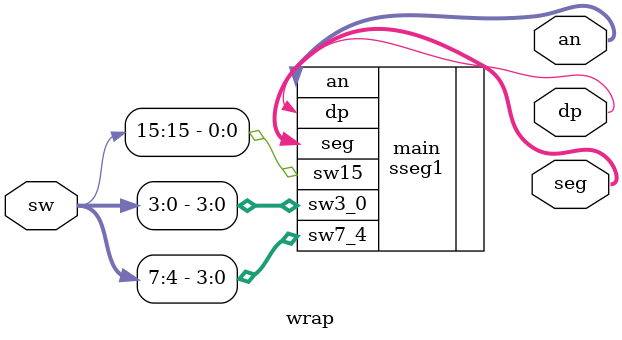
<source format=sv>
`timescale 1ns / 1ps

//created to streamline the block diagram
module wrap(
    input [15:0] sw,
    output [3:0] an, 
    output [6:0] seg,
    output dp  
    );
    
    sseg1 main(
        .sw3_0(sw[3:0]),
        .sw7_4(sw[7:4]),
        .sw15(sw[15]),
        .an(an),
        .seg(seg),
        .dp(dp)
        );
endmodule

</source>
